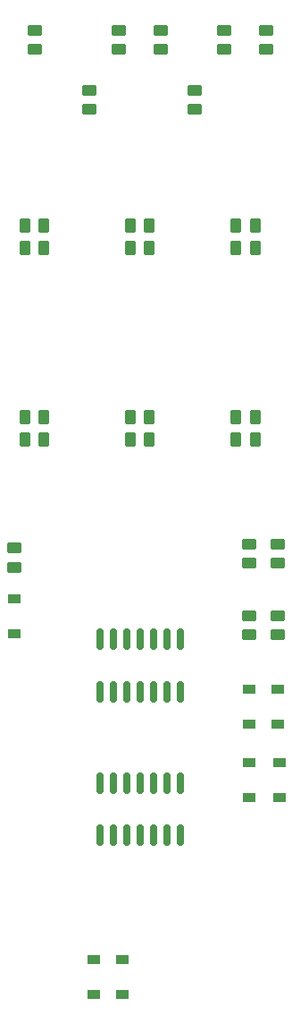
<source format=gbr>
%TF.GenerationSoftware,KiCad,Pcbnew,6.0.11-2627ca5db0~126~ubuntu22.04.1*%
%TF.CreationDate,2023-07-26T01:24:55+03:00*%
%TF.ProjectId,gtoe,67746f65-2e6b-4696-9361-645f70636258,rev?*%
%TF.SameCoordinates,Original*%
%TF.FileFunction,Paste,Bot*%
%TF.FilePolarity,Positive*%
%FSLAX46Y46*%
G04 Gerber Fmt 4.6, Leading zero omitted, Abs format (unit mm)*
G04 Created by KiCad (PCBNEW 6.0.11-2627ca5db0~126~ubuntu22.04.1) date 2023-07-26 01:24:55*
%MOMM*%
%LPD*%
G01*
G04 APERTURE LIST*
G04 Aperture macros list*
%AMRoundRect*
0 Rectangle with rounded corners*
0 $1 Rounding radius*
0 $2 $3 $4 $5 $6 $7 $8 $9 X,Y pos of 4 corners*
0 Add a 4 corners polygon primitive as box body*
4,1,4,$2,$3,$4,$5,$6,$7,$8,$9,$2,$3,0*
0 Add four circle primitives for the rounded corners*
1,1,$1+$1,$2,$3*
1,1,$1+$1,$4,$5*
1,1,$1+$1,$6,$7*
1,1,$1+$1,$8,$9*
0 Add four rect primitives between the rounded corners*
20,1,$1+$1,$2,$3,$4,$5,0*
20,1,$1+$1,$4,$5,$6,$7,0*
20,1,$1+$1,$6,$7,$8,$9,0*
20,1,$1+$1,$8,$9,$2,$3,0*%
G04 Aperture macros list end*
%ADD10R,1.200000X0.900000*%
%ADD11RoundRect,0.250000X-0.450000X0.262500X-0.450000X-0.262500X0.450000X-0.262500X0.450000X0.262500X0*%
%ADD12RoundRect,0.250000X0.262500X0.450000X-0.262500X0.450000X-0.262500X-0.450000X0.262500X-0.450000X0*%
%ADD13RoundRect,0.150000X-0.150000X0.825000X-0.150000X-0.825000X0.150000X-0.825000X0.150000X0.825000X0*%
%ADD14RoundRect,0.250000X0.450000X-0.262500X0.450000X0.262500X-0.450000X0.262500X-0.450000X-0.262500X0*%
G04 APERTURE END LIST*
D10*
%TO.C,D13*%
X113100000Y-131850000D03*
X113100000Y-135150000D03*
%TD*%
D11*
%TO.C,R24*%
X120000000Y-49587500D03*
X120000000Y-51412500D03*
%TD*%
%TO.C,R19*%
X122800000Y-43887500D03*
X122800000Y-45712500D03*
%TD*%
D10*
%TO.C,D9*%
X128000000Y-116450000D03*
X128000000Y-113150000D03*
%TD*%
%TO.C,D11*%
X127900000Y-109550000D03*
X127900000Y-106250000D03*
%TD*%
D12*
%TO.C,R9*%
X115712500Y-82600000D03*
X113887500Y-82600000D03*
%TD*%
D10*
%TO.C,D12*%
X110400000Y-131850000D03*
X110400000Y-135150000D03*
%TD*%
D12*
%TO.C,R3*%
X115712500Y-64500000D03*
X113887500Y-64500000D03*
%TD*%
D13*
%TO.C,U2*%
X110990000Y-115125000D03*
X112260000Y-115125000D03*
X113530000Y-115125000D03*
X114800000Y-115125000D03*
X116070000Y-115125000D03*
X117340000Y-115125000D03*
X118610000Y-115125000D03*
X118610000Y-120075000D03*
X117340000Y-120075000D03*
X116070000Y-120075000D03*
X114800000Y-120075000D03*
X113530000Y-120075000D03*
X112260000Y-120075000D03*
X110990000Y-120075000D03*
%TD*%
D11*
%TO.C,R23*%
X110000000Y-49587500D03*
X110000000Y-51412500D03*
%TD*%
%TO.C,R13*%
X104800000Y-43887500D03*
X104800000Y-45712500D03*
%TD*%
D12*
%TO.C,R7*%
X105712500Y-82600000D03*
X103887500Y-82600000D03*
%TD*%
%TO.C,R12*%
X125712500Y-80500000D03*
X123887500Y-80500000D03*
%TD*%
%TO.C,R10*%
X115712500Y-80500000D03*
X113887500Y-80500000D03*
%TD*%
D14*
%TO.C,R14*%
X102900000Y-94712500D03*
X102900000Y-92887500D03*
%TD*%
%TO.C,R22*%
X125200000Y-101112500D03*
X125200000Y-99287500D03*
%TD*%
D11*
%TO.C,R18*%
X116800000Y-43887500D03*
X116800000Y-45712500D03*
%TD*%
D12*
%TO.C,R2*%
X105712500Y-62400000D03*
X103887500Y-62400000D03*
%TD*%
%TO.C,R5*%
X125712500Y-64500000D03*
X123887500Y-64500000D03*
%TD*%
%TO.C,R11*%
X125712500Y-82600000D03*
X123887500Y-82600000D03*
%TD*%
D11*
%TO.C,R20*%
X127900000Y-99287500D03*
X127900000Y-101112500D03*
%TD*%
D10*
%TO.C,D8*%
X125200000Y-116450000D03*
X125200000Y-113150000D03*
%TD*%
D12*
%TO.C,R1*%
X105712500Y-64500000D03*
X103887500Y-64500000D03*
%TD*%
D11*
%TO.C,R15*%
X112800000Y-43887500D03*
X112800000Y-45712500D03*
%TD*%
D12*
%TO.C,R8*%
X105712500Y-80500000D03*
X103887500Y-80500000D03*
%TD*%
D13*
%TO.C,U1*%
X110990000Y-101525000D03*
X112260000Y-101525000D03*
X113530000Y-101525000D03*
X114800000Y-101525000D03*
X116070000Y-101525000D03*
X117340000Y-101525000D03*
X118610000Y-101525000D03*
X118610000Y-106475000D03*
X117340000Y-106475000D03*
X116070000Y-106475000D03*
X114800000Y-106475000D03*
X113530000Y-106475000D03*
X112260000Y-106475000D03*
X110990000Y-106475000D03*
%TD*%
D10*
%TO.C,D7*%
X102900000Y-101000000D03*
X102900000Y-97700000D03*
%TD*%
D11*
%TO.C,R21*%
X127900000Y-92487500D03*
X127900000Y-94312500D03*
%TD*%
D12*
%TO.C,R4*%
X115712500Y-62400000D03*
X113887500Y-62400000D03*
%TD*%
D14*
%TO.C,R17*%
X125200000Y-94312500D03*
X125200000Y-92487500D03*
%TD*%
D10*
%TO.C,D10*%
X125200000Y-109550000D03*
X125200000Y-106250000D03*
%TD*%
D12*
%TO.C,R6*%
X125712500Y-62400000D03*
X123887500Y-62400000D03*
%TD*%
D11*
%TO.C,R16*%
X126800000Y-43887500D03*
X126800000Y-45712500D03*
%TD*%
M02*

</source>
